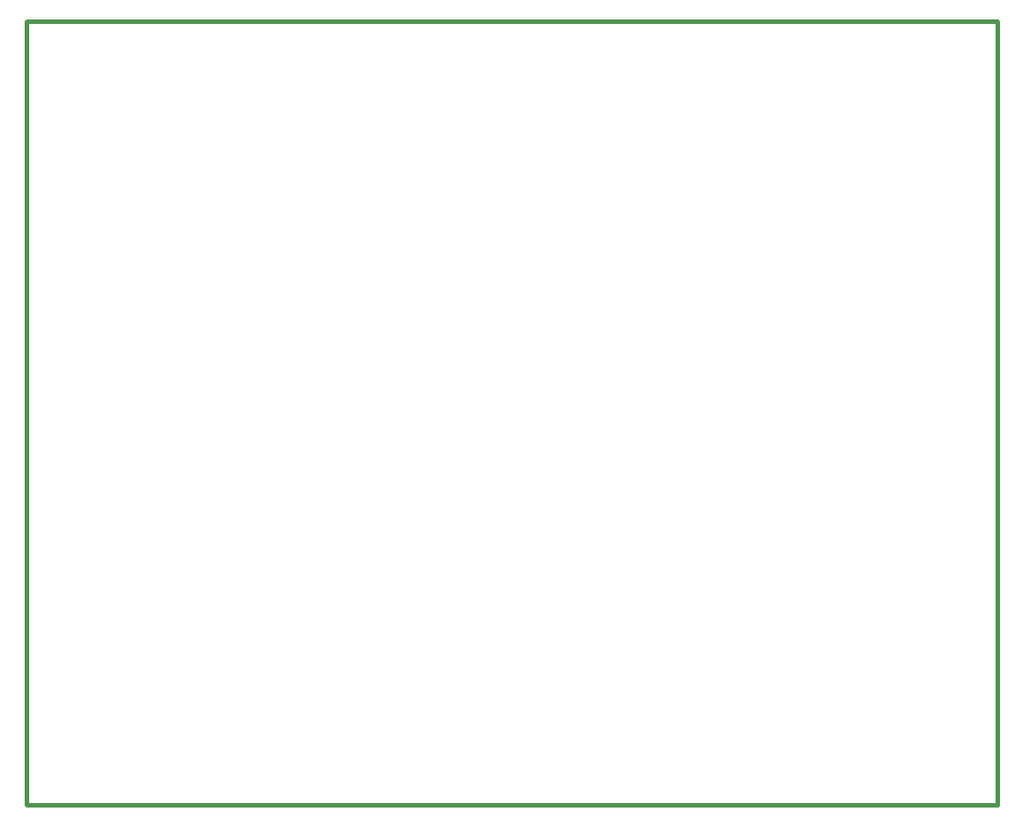
<source format=gko>
G04*
G04 #@! TF.GenerationSoftware,Altium Limited,Altium Designer,19.1.5 (86)*
G04*
G04 Layer_Color=16711935*
%FSLAX25Y25*%
%MOIN*%
G70*
G01*
G75*
%ADD77C,0.02000*%
D77*
X256000Y208500D02*
Y557500D01*
X688500D01*
Y208500D02*
Y557500D01*
X256000Y208500D02*
X688500D01*
M02*

</source>
